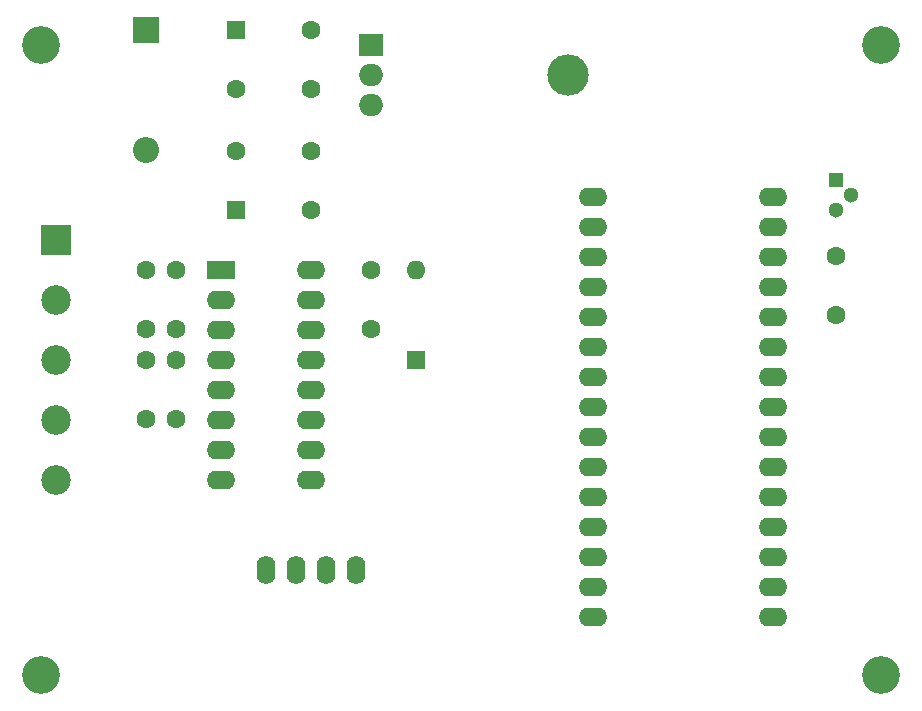
<source format=gbr>
G04 #@! TF.GenerationSoftware,KiCad,Pcbnew,(5.1.4)-1*
G04 #@! TF.CreationDate,2020-04-27T21:30:51+02:00*
G04 #@! TF.ProjectId,transmitter,7472616e-736d-4697-9474-65722e6b6963,rev?*
G04 #@! TF.SameCoordinates,Original*
G04 #@! TF.FileFunction,Soldermask,Top*
G04 #@! TF.FilePolarity,Negative*
%FSLAX46Y46*%
G04 Gerber Fmt 4.6, Leading zero omitted, Abs format (unit mm)*
G04 Created by KiCad (PCBNEW (5.1.4)-1) date 2020-04-27 21:30:51*
%MOMM*%
%LPD*%
G04 APERTURE LIST*
%ADD10C,2.500000*%
%ADD11R,2.500000X2.500000*%
%ADD12O,2.400000X1.600000*%
%ADD13O,1.600000X2.400000*%
%ADD14C,3.200000*%
%ADD15R,2.400000X1.600000*%
%ADD16R,1.300000X1.300000*%
%ADD17C,1.300000*%
%ADD18O,2.000000X1.905000*%
%ADD19R,2.000000X1.905000*%
%ADD20O,3.500000X3.500000*%
%ADD21O,1.600000X1.600000*%
%ADD22R,1.600000X1.600000*%
%ADD23O,2.200000X2.200000*%
%ADD24R,2.200000X2.200000*%
%ADD25C,1.600000*%
G04 APERTURE END LIST*
D10*
X74930000Y-92710000D03*
X74930000Y-87630000D03*
X74930000Y-82550000D03*
X74930000Y-77470000D03*
D11*
X74930000Y-72390000D03*
D12*
X135636000Y-104267000D03*
X135636000Y-101727000D03*
X135636000Y-99187000D03*
X135636000Y-96647000D03*
X135636000Y-94107000D03*
X135636000Y-91567000D03*
X135636000Y-89027000D03*
X135636000Y-86487000D03*
X135636000Y-83947000D03*
X135636000Y-81407000D03*
X135636000Y-78867000D03*
X135636000Y-76327000D03*
X135636000Y-73787000D03*
X135636000Y-71247000D03*
X135636000Y-68707000D03*
X120396000Y-104267000D03*
X120396000Y-101727000D03*
X120396000Y-99187000D03*
X120396000Y-96647000D03*
X120396000Y-94107000D03*
X120396000Y-91567000D03*
X120396000Y-89027000D03*
X120396000Y-86487000D03*
X120396000Y-83947000D03*
X120396000Y-81407000D03*
X120396000Y-78867000D03*
X120396000Y-76327000D03*
X120396000Y-73787000D03*
X120396000Y-71247000D03*
X120396000Y-68707000D03*
D13*
X100330000Y-100330000D03*
X97790000Y-100330000D03*
X95250000Y-100330000D03*
X92710000Y-100330000D03*
D14*
X144780000Y-109220000D03*
X144780000Y-55880000D03*
X73660000Y-109220000D03*
X73660000Y-55880000D03*
D12*
X96520000Y-74930000D03*
X88900000Y-92710000D03*
X96520000Y-77470000D03*
X88900000Y-90170000D03*
X96520000Y-80010000D03*
X88900000Y-87630000D03*
X96520000Y-82550000D03*
X88900000Y-85090000D03*
X96520000Y-85090000D03*
X88900000Y-82550000D03*
X96520000Y-87630000D03*
X88900000Y-80010000D03*
X96520000Y-90170000D03*
X88900000Y-77470000D03*
X96520000Y-92710000D03*
D15*
X88900000Y-74930000D03*
D16*
X140970000Y-67310000D03*
D17*
X140970000Y-69850000D03*
X142240000Y-68580000D03*
D18*
X101600000Y-60960000D03*
X101600000Y-58420000D03*
D19*
X101600000Y-55880000D03*
D20*
X118260000Y-58420000D03*
D21*
X105410000Y-74930000D03*
D22*
X105410000Y-82550000D03*
D23*
X82550000Y-64770000D03*
D24*
X82550000Y-54610000D03*
D25*
X82550000Y-82550000D03*
X82550000Y-87550000D03*
X82550000Y-74930000D03*
X82550000Y-79930000D03*
X85090000Y-79930000D03*
X85090000Y-74930000D03*
X85090000Y-87550000D03*
X85090000Y-82550000D03*
X101600000Y-79930000D03*
X101600000Y-74930000D03*
X140970000Y-73740000D03*
X140970000Y-78740000D03*
X90170000Y-64850000D03*
D22*
X90170000Y-69850000D03*
D25*
X96520000Y-64850000D03*
X96520000Y-69850000D03*
X96520000Y-59610000D03*
X96520000Y-54610000D03*
X90170000Y-59610000D03*
D22*
X90170000Y-54610000D03*
M02*

</source>
